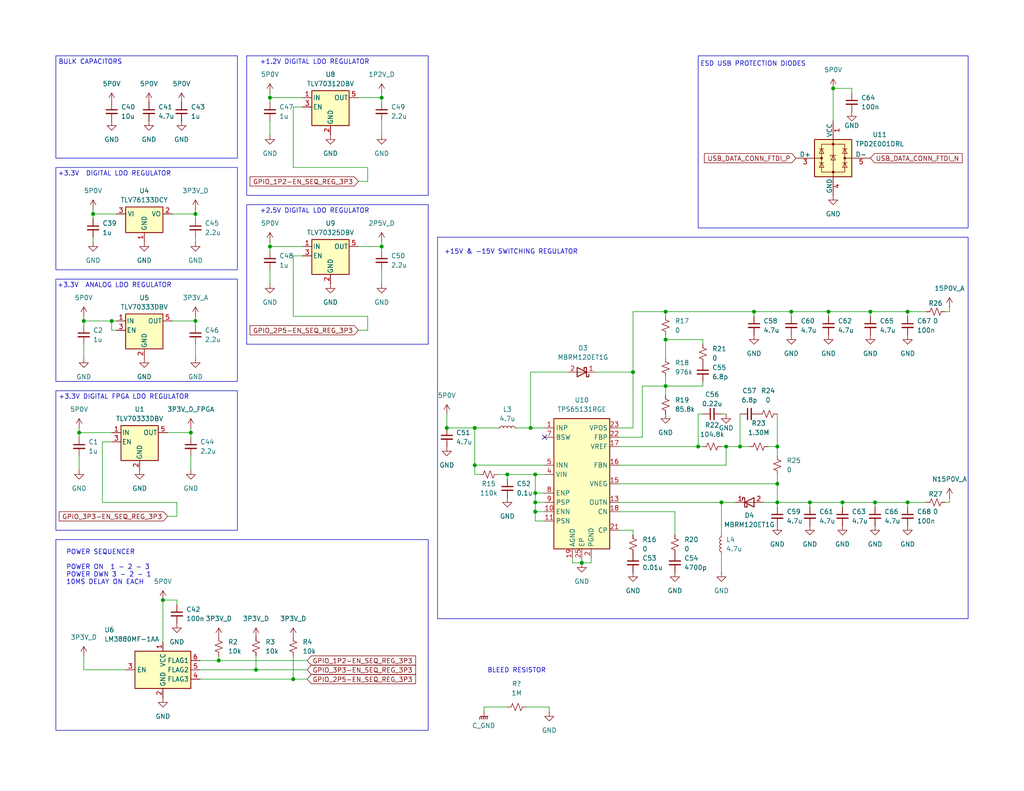
<source format=kicad_sch>
(kicad_sch (version 20231120) (generator "eeschema") (generator_version "8.0")
  (paper "A")
  (title_block (title "ARBITRARY WAVEFORM GENERATOR") (date "2024-09-11") (rev "0.0.1") (company "Tomasz Brzyzek"))
  (lib_symbols
    (symbol "BRZK_DIODE:MBRM120ET1G" (pin_names (offset 1.016) hide)
      (property "Reference" "D" (at 0 2.54 0))
      (property "Value" "MBRM120ET1G" (at 0 -2.54 0))
      (symbol "MBRM120ET1G_1_1"
        (pin passive line (at -3.81 0 0) (length 2.54) (name "K") (number "1"))
        (pin passive line (at 3.81 0 180) (length 2.54) (name "A") (number "2"))
      )
    )
    (symbol "BRZK_DIODE:TPD2E001DRL" (pin_names (offset 0))
      (property "Reference" "U" (at 3.556 6.858 0))
      (property "Value" "TPD2E001DRL" (at 7.62 -7.62 0))
      (symbol "TPD2E001DRL_1_0"
        (pin power_in line (at 0 10.16 270) (length 5.08) (name "VCC") (number "1"))
        (pin no_connect line (at 7.62 -3.81 180) (length 2.54) hide (name "") (number "2"))
      )
      (symbol "TPD2E001DRL_1_1"
        (pin passive line (at -10.16 0 0) (length 5.08) (name "D+") (number "3"))
        (pin passive line (at 0 -10.16 90) (length 5.08) (name "GND") (number "4"))
        (pin passive line (at 10.16 0 180) (length 5.08) (name "D-") (number "5"))
      )
    )
    (symbol "BRZK_POWER:TLV70312DBV" (pin_names (offset 0.254))
      (property "Reference" "U" (at -3.81 5.715 0))
      (property "Value" "TLV70312DBV" (at 0 5.715 0))
      (symbol "TLV70312DBV_1_1"
        (pin power_in line (at -7.62 2.54 0) (length 2.54) (name "IN") (number "1"))
        (pin power_in line (at 0 -7.62 90) (length 2.54) (name "GND") (number "2"))
        (pin input line (at -7.62 0 0) (length 2.54) (name "EN") (number "3"))
        (pin no_connect line (at 5.08 0 180) (length 2.54) hide (name "NC") (number "4"))
        (pin power_out line (at 7.62 2.54 180) (length 2.54) (name "OUT") (number "5"))
      )
    )
    (symbol "BRZK_POWER:TLV70325DBV" (pin_names (offset 0.254))
      (property "Reference" "U" (at -3.81 5.715 0))
      (property "Value" "TLV70325DBV" (at 0 5.715 0))
      (symbol "TLV70325DBV_1_1"
        (pin power_in line (at -7.62 2.54 0) (length 2.54) (name "IN") (number "1"))
        (pin power_in line (at 0 -7.62 90) (length 2.54) (name "GND") (number "2"))
        (pin input line (at -7.62 0 0) (length 2.54) (name "EN") (number "3"))
        (pin no_connect line (at 5.08 0 180) (length 2.54) hide (name "NC") (number "4"))
        (pin power_out line (at 7.62 2.54 180) (length 2.54) (name "OUT") (number "5"))
      )
    )
    (symbol "BRZK_POWER:TLV70333DBV" (pin_names (offset 0.254))
      (property "Reference" "U" (at -3.81 5.715 0))
      (property "Value" "TLV70333DBV" (at 0 5.715 0))
      (symbol "TLV70333DBV_1_1"
        (pin power_in line (at -7.62 2.54 0) (length 2.54) (name "IN") (number "1"))
        (pin power_in line (at 0 -7.62 90) (length 2.54) (name "GND") (number "2"))
        (pin input line (at -7.62 0 0) (length 2.54) (name "EN") (number "3"))
        (pin no_connect line (at 5.08 0 180) (length 2.54) hide (name "NC") (number "4"))
        (pin power_out line (at 7.62 2.54 180) (length 2.54) (name "OUT") (number "5"))
      )
    )
    (symbol "BRZK_POWER:TLV76133DCY"
      (property "Reference" "U" (at -7.62 6.35 0))
      (property "Value" "TLV76133DCY" (at -1.27 6.35 0))
      (symbol "TLV76133DCY_1_1"
        (pin power_in line (at 0 -7.62 90) (length 2.54) (name "GND") (number "1"))
        (pin power_out line (at 7.62 0 180) (length 2.54) (name "VO") (number "2"))
        (pin power_in line (at -7.62 0 0) (length 2.54) (name "VI") (number "3"))
      )
    )
    (symbol "BRZK_POWER:TPS65131RGE"
      (property "Reference" "U" (at -6.858 21.082 0))
      (property "Value" "TPS65131RGE" (at -1.016 19.05 0))
      (symbol "TPS65131RGE_1_1"
        (pin input line (at -10.16 15.24 0) (length 2.54) (name "INP") (number "1"))
        (pin input line (at -10.16 -7.62 0) (length 2.54) (name "ENN") (number "10"))
        (pin input line (at -10.16 -10.16 0) (length 2.54) (name "PSN") (number "11"))
        (pin no_connect line (at -7.62 7.62 0) (length 2.54) hide (name "NC") (number "12"))
        (pin output line (at 10.16 -5.08 180) (length 2.54) (name "OUTN") (number "13"))
        (pin passive line (at 10.16 -5.08 180) (length 2.54) hide (name "OUTN") (number "14"))
        (pin input line (at 10.16 0 180) (length 2.54) (name "VNEG") (number "15"))
        (pin input line (at 10.16 5.08 180) (length 2.54) (name "FBN") (number "16"))
        (pin output line (at 10.16 10.16 180) (length 2.54) (name "VREF") (number "17"))
        (pin passive line (at 10.16 -7.62 180) (length 2.54) (name "CN") (number "18"))
        (pin power_in line (at -2.54 -20.32 90) (length 2.54) (name "AGND") (number "19"))
        (pin power_in line (at 2.54 -20.32 90) (length 2.54) (name "PGND") (number "2"))
        (pin no_connect line (at -7.62 10.16 0) (length 2.54) hide (name "NC") (number "20"))
        (pin passive line (at 10.16 -12.7 180) (length 2.54) (name "CP") (number "21"))
        (pin input line (at 10.16 12.7 180) (length 2.54) (name "FBP") (number "22"))
        (pin input line (at 10.16 15.24 180) (length 2.54) (name "VPOS") (number "23"))
        (pin input line (at -10.16 15.24 0) (length 2.54) hide (name "INP") (number "24"))
        (pin passive line (at 0 -20.32 90) (length 2.54) (name "EP") (number "25"))
        (pin passive line (at 2.54 -20.32 90) (length 2.54) hide (name "PGND") (number "3"))
        (pin power_in line (at -10.16 2.54 0) (length 2.54) (name "VIN") (number "4"))
        (pin input line (at -10.16 5.08 0) (length 2.54) (name "INN") (number "5"))
        (pin input line (at -10.16 5.08 0) (length 2.54) hide (name "INN") (number "6"))
        (pin output line (at -10.16 12.7 0) (length 2.54) (name "BSW") (number "7"))
        (pin input line (at -10.16 -2.54 0) (length 2.54) (name "ENP") (number "8"))
        (pin input line (at -10.16 -5.08 0) (length 2.54) (name "PSP") (number "9"))
      )
    )
    (symbol "Device:C_Small" (pin_numbers hide) (pin_names (offset 0.254) hide)
      (property "Reference" "C" (at 0.254 1.778 0))
      (property "Value" "C_Small" (at 0.254 -2.032 0))
      (symbol "C_Small_1_1"
        (pin passive line (at 0 2.54 270) (length 2.032) (name "~") (number "1"))
        (pin passive line (at 0 -2.54 90) (length 2.032) (name "~") (number "2"))
      )
    )
    (symbol "Device:L_Small" (pin_numbers hide) (pin_names (offset 0.254) hide)
      (property "Reference" "L" (at 0.762 1.016 0))
      (property "Value" "L_Small" (at 0.762 -1.016 0))
      (symbol "L_Small_1_1"
        (pin passive line (at 0 2.54 270) (length 0.508) (name "~") (number "1"))
        (pin passive line (at 0 -2.54 90) (length 0.508) (name "~") (number "2"))
      )
    )
    (symbol "Device:R_Small_US" (pin_numbers hide) (pin_names (offset 0.254) hide)
      (property "Reference" "R" (at 0.762 0.508 0))
      (property "Value" "R_Small_US" (at 0.762 -1.016 0))
      (symbol "R_Small_US_1_1"
        (pin passive line (at 0 2.54 270) (length 1.016) (name "~") (number "1"))
        (pin passive line (at 0 -2.54 90) (length 1.016) (name "~") (number "2"))
      )
    )
    (symbol "Power_Supervisor:LM3880"
      (property "Reference" "U" (at 1.27 8.89 0))
      (property "Value" "LM3880" (at 3.81 6.35 0))
      (symbol "LM3880_1_1"
        (pin power_in line (at 0 7.62 270) (length 2.54) (name "VCC") (number "1"))
        (pin power_in line (at 0 -7.62 90) (length 2.54) (name "GND") (number "2"))
        (pin input line (at -10.16 0 0) (length 2.54) (name "EN") (number "3"))
        (pin open_collector line (at 10.16 -2.54 180) (length 2.54) (name "FLAG3") (number "4"))
        (pin open_collector line (at 10.16 0 180) (length 2.54) (name "FLAG2") (number "5"))
        (pin open_collector line (at 10.16 2.54 180) (length 2.54) (name "FLAG1") (number "6"))
      )
    )
    (symbol "power:+3V3" (power) (pin_numbers hide) (pin_names (offset 0) hide)
      (property "Value" "+3V3" (at 0 3.556 0))
      (symbol "+3V3_1_1"
        (pin power_in line (at 0 0 90) (length 0) (name "~") (number "1"))
      )
    )
    (symbol "power:GND" (power) (pin_numbers hide) (pin_names (offset 0) hide)
      (property "Value" "GND" (at 0 -3.81 0))
      (symbol "GND_1_1"
        (pin power_in line (at 0 0 270) (length 0) (name "~") (number "1"))
      )
    )
    (symbol "power:GNDPWR" (power) (pin_numbers hide) (pin_names (offset 0) hide)
      (property "Value" "GNDPWR" (at 0 -3.302 0))
      (symbol "GNDPWR_1_1"
        (pin power_in line (at 0 0 270) (length 0) (name "~") (number "1"))
      )
    )
  )
  (junction (at 205.74 85.09))
  (junction (at 238.76 137.16))
  (junction (at 25.4 58.42))
  (junction (at 104.14 67.31))
  (junction (at 172.72 101.6))
  (junction (at 181.61 92.71))
  (junction (at 229.87 137.16))
  (junction (at 237.49 85.09))
  (junction (at 226.06 85.09))
  (junction (at 247.65 85.09))
  (junction (at 220.98 137.16))
  (junction (at 59.69 180.34))
  (junction (at 227.33 24.13))
  (junction (at 21.59 118.11))
  (junction (at 146.05 134.62))
  (junction (at 73.66 67.31))
  (junction (at 104.14 26.67))
  (junction (at 215.9 85.09))
  (junction (at 73.66 26.67))
  (junction (at 138.43 129.54))
  (junction (at 146.05 139.7))
  (junction (at 190.5 121.92))
  (junction (at 146.05 137.16))
  (junction (at 129.54 116.84))
  (junction (at 52.07 118.11))
  (junction (at 212.09 132.08))
  (junction (at 212.09 121.92))
  (junction (at 129.54 127))
  (junction (at 69.85 182.88))
  (junction (at 212.09 137.16))
  (junction (at 196.85 137.16))
  (junction (at 181.61 85.09))
  (junction (at 181.61 105.41))
  (junction (at 247.65 137.16))
  (junction (at 121.92 116.84))
  (junction (at 80.01 185.42))
  (junction (at 144.78 116.84))
  (junction (at 201.93 121.92))
  (junction (at 198.12 121.92))
  (junction (at 44.45 163.83))
  (junction (at 53.34 58.42))
  (junction (at 53.34 87.63))
  (junction (at 22.86 87.63))
  (junction (at 30.48 87.63))
  (junction (at 146.05 129.54))
  (junction (at 158.75 153.67))
  (no_connect (at 148.59 119.38))
  (wire (pts (xy 100.33 45.72) (xy 80.01 45.72)))
  (wire (pts (xy 198.12 121.92) (xy 201.93 121.92)))
  (wire (pts (xy 25.4 58.42) (xy 31.75 58.42)))
  (wire (pts (xy 48.26 137.16) (xy 27.94 137.16)))
  (wire (pts (xy 227.33 24.13) (xy 232.41 24.13)))
  (wire (pts (xy 31.75 90.17) (xy 30.48 90.17)))
  (wire (pts (xy 22.86 86.36) (xy 22.86 87.63)))
  (wire (pts (xy 73.66 66.04) (xy 73.66 67.31)))
  (wire (pts (xy 59.69 180.34) (xy 59.69 179.07)))
  (wire (pts (xy 190.5 121.92) (xy 191.77 121.92)))
  (wire (pts (xy 53.34 86.36) (xy 53.34 87.63)))
  (wire (pts (xy 172.72 85.09) (xy 172.72 101.6)))
  (wire (pts (xy 46.99 58.42) (xy 53.34 58.42)))
  (wire (pts (xy 175.26 105.41) (xy 175.26 119.38)))
  (wire (pts (xy 48.26 140.97) (xy 48.26 137.16)))
  (wire (pts (xy 247.65 138.43) (xy 247.65 137.16)))
  (wire (pts (xy 205.74 85.09) (xy 215.9 85.09)))
  (wire (pts (xy 196.85 151.13) (xy 196.85 156.21)))
  (wire (pts (xy 53.34 97.79) (xy 53.34 93.98)))
  (wire (pts (xy 44.45 163.83) (xy 48.26 163.83)))
  (wire (pts (xy 146.05 142.24) (xy 148.59 142.24)))
  (wire (pts (xy 21.59 116.84) (xy 21.59 118.11)))
  (wire (pts (xy 104.14 27.94) (xy 104.14 26.67)))
  (wire (pts (xy 100.33 90.17) (xy 100.33 86.36)))
  (wire (pts (xy 215.9 85.09) (xy 215.9 86.36)))
  (wire (pts (xy 80.01 69.85) (xy 82.55 69.85)))
  (wire (pts (xy 172.72 116.84) (xy 172.72 101.6)))
  (wire (pts (xy 172.72 101.6) (xy 162.56 101.6)))
  (wire (pts (xy 97.79 90.17) (xy 100.33 90.17)))
  (wire (pts (xy 259.08 135.89) (xy 259.08 137.16)))
  (wire (pts (xy 226.06 85.09) (xy 237.49 85.09)))
  (wire (pts (xy 140.97 116.84) (xy 144.78 116.84)))
  (wire (pts (xy 181.61 85.09) (xy 205.74 85.09)))
  (wire (pts (xy 53.34 88.9) (xy 53.34 87.63)))
  (wire (pts (xy 129.54 127) (xy 148.59 127)))
  (wire (pts (xy 146.05 134.62) (xy 146.05 129.54)))
  (wire (pts (xy 247.65 85.09) (xy 252.73 85.09)))
  (wire (pts (xy 27.94 137.16) (xy 27.94 120.65)))
  (wire (pts (xy 73.66 36.83) (xy 73.66 33.02)))
  (wire (pts (xy 175.26 119.38) (xy 168.91 119.38)))
  (wire (pts (xy 161.29 153.67) (xy 161.29 152.4)))
  (wire (pts (xy 184.15 146.05) (xy 184.15 139.7)))
  (wire (pts (xy 46.99 87.63) (xy 53.34 87.63)))
  (wire (pts (xy 212.09 137.16) (xy 212.09 138.43)))
  (wire (pts (xy 172.72 85.09) (xy 181.61 85.09)))
  (wire (pts (xy 69.85 182.88) (xy 83.82 182.88)))
  (wire (pts (xy 181.61 105.41) (xy 181.61 107.95)))
  (wire (pts (xy 30.48 87.63) (xy 31.75 87.63)))
  (wire (pts (xy 69.85 179.07) (xy 69.85 182.88)))
  (wire (pts (xy 80.01 29.21) (xy 82.55 29.21)))
  (wire (pts (xy 229.87 137.16) (xy 229.87 138.43)))
  (wire (pts (xy 196.85 137.16) (xy 168.91 137.16)))
  (wire (pts (xy 156.21 152.4) (xy 156.21 153.67)))
  (wire (pts (xy 54.61 185.42) (xy 80.01 185.42)))
  (wire (pts (xy 132.08 194.31) (xy 132.08 193.04)))
  (wire (pts (xy 181.61 105.41) (xy 175.26 105.41)))
  (wire (pts (xy 80.01 86.36) (xy 80.01 69.85)))
  (wire (pts (xy 21.59 128.27) (xy 21.59 124.46)))
  (wire (pts (xy 196.85 137.16) (xy 200.66 137.16)))
  (wire (pts (xy 100.33 86.36) (xy 80.01 86.36)))
  (wire (pts (xy 52.07 128.27) (xy 52.07 124.46)))
  (wire (pts (xy 52.07 116.84) (xy 52.07 118.11)))
  (wire (pts (xy 146.05 137.16) (xy 146.05 134.62)))
  (wire (pts (xy 227.33 33.02) (xy 227.33 24.13)))
  (wire (pts (xy 191.77 104.14) (xy 191.77 105.41)))
  (wire (pts (xy 30.48 90.17) (xy 30.48 87.63)))
  (wire (pts (xy 168.91 144.78) (xy 172.72 144.78)))
  (wire (pts (xy 22.86 87.63) (xy 30.48 87.63)))
  (wire (pts (xy 247.65 137.16) (xy 252.73 137.16)))
  (wire (pts (xy 212.09 137.16) (xy 212.09 132.08)))
  (wire (pts (xy 104.14 36.83) (xy 104.14 33.02)))
  (wire (pts (xy 73.66 77.47) (xy 73.66 73.66)))
  (wire (pts (xy 121.92 113.03) (xy 121.92 116.84)))
  (wire (pts (xy 168.91 116.84) (xy 172.72 116.84)))
  (wire (pts (xy 130.81 129.54) (xy 129.54 129.54)))
  (wire (pts (xy 80.01 179.07) (xy 80.01 185.42)))
  (wire (pts (xy 129.54 129.54) (xy 129.54 127)))
  (wire (pts (xy 48.26 165.1) (xy 48.26 163.83)))
  (wire (pts (xy 237.49 85.09) (xy 237.49 86.36)))
  (wire (pts (xy 121.92 116.84) (xy 129.54 116.84)))
  (wire (pts (xy 247.65 86.36) (xy 247.65 85.09)))
  (wire (pts (xy 181.61 91.44) (xy 181.61 92.71)))
  (wire (pts (xy 53.34 66.04) (xy 53.34 64.77)))
  (wire (pts (xy 53.34 59.69) (xy 53.34 58.42)))
  (wire (pts (xy 52.07 119.38) (xy 52.07 118.11)))
  (wire (pts (xy 212.09 129.54) (xy 212.09 132.08)))
  (wire (pts (xy 144.78 116.84) (xy 144.78 101.6)))
  (wire (pts (xy 80.01 45.72) (xy 80.01 29.21)))
  (wire (pts (xy 146.05 129.54) (xy 148.59 129.54)))
  (wire (pts (xy 54.61 180.34) (xy 59.69 180.34)))
  (wire (pts (xy 132.08 193.04) (xy 138.43 193.04)))
  (wire (pts (xy 143.51 193.04) (xy 149.86 193.04)))
  (wire (pts (xy 25.4 59.69) (xy 25.4 58.42)))
  (wire (pts (xy 212.09 137.16) (xy 220.98 137.16)))
  (wire (pts (xy 198.12 127) (xy 198.12 121.92)))
  (wire (pts (xy 181.61 92.71) (xy 181.61 97.79)))
  (wire (pts (xy 104.14 66.04) (xy 104.14 67.31)))
  (wire (pts (xy 196.85 121.92) (xy 198.12 121.92)))
  (wire (pts (xy 73.66 67.31) (xy 82.55 67.31)))
  (wire (pts (xy 73.66 68.58) (xy 73.66 67.31)))
  (wire (pts (xy 146.05 139.7) (xy 148.59 139.7)))
  (wire (pts (xy 201.93 113.03) (xy 201.93 121.92)))
  (wire (pts (xy 181.61 85.09) (xy 181.61 86.36)))
  (wire (pts (xy 97.79 26.67) (xy 104.14 26.67)))
  (wire (pts (xy 54.61 182.88) (xy 69.85 182.88)))
  (wire (pts (xy 73.66 25.4) (xy 73.66 26.67)))
  (wire (pts (xy 44.45 163.83) (xy 44.45 175.26)))
  (wire (pts (xy 22.86 88.9) (xy 22.86 87.63)))
  (wire (pts (xy 146.05 137.16) (xy 146.05 139.7)))
  (wire (pts (xy 172.72 144.78) (xy 172.72 146.05)))
  (wire (pts (xy 205.74 85.09) (xy 205.74 86.36)))
  (wire (pts (xy 237.49 85.09) (xy 247.65 85.09)))
  (wire (pts (xy 208.28 137.16) (xy 212.09 137.16)))
  (wire (pts (xy 212.09 121.92) (xy 212.09 113.03)))
  (wire (pts (xy 212.09 132.08) (xy 168.91 132.08)))
  (wire (pts (xy 104.14 68.58) (xy 104.14 67.31)))
  (wire (pts (xy 100.33 49.53) (xy 100.33 45.72)))
  (wire (pts (xy 215.9 85.09) (xy 226.06 85.09)))
  (wire (pts (xy 238.76 137.16) (xy 247.65 137.16)))
  (wire (pts (xy 158.75 153.67) (xy 161.29 153.67)))
  (wire (pts (xy 191.77 93.98) (xy 191.77 92.71)))
  (wire (pts (xy 21.59 118.11) (xy 30.48 118.11)))
  (wire (pts (xy 104.14 77.47) (xy 104.14 73.66)))
  (wire (pts (xy 73.66 27.94) (xy 73.66 26.67)))
  (wire (pts (xy 53.34 57.15) (xy 53.34 58.42)))
  (wire (pts (xy 22.86 97.79) (xy 22.86 93.98)))
  (wire (pts (xy 181.61 102.87) (xy 181.61 105.41)))
  (wire (pts (xy 196.85 113.03) (xy 198.12 113.03)))
  (wire (pts (xy 168.91 127) (xy 198.12 127)))
  (wire (pts (xy 144.78 116.84) (xy 148.59 116.84)))
  (wire (pts (xy 45.72 118.11) (xy 52.07 118.11)))
  (wire (pts (xy 232.41 24.13) (xy 232.41 25.4)))
  (wire (pts (xy 190.5 113.03) (xy 190.5 121.92)))
  (wire (pts (xy 191.77 92.71) (xy 181.61 92.71)))
  (wire (pts (xy 27.94 120.65) (xy 30.48 120.65)))
  (wire (pts (xy 73.66 26.67) (xy 82.55 26.67)))
  (wire (pts (xy 168.91 121.92) (xy 190.5 121.92)))
  (wire (pts (xy 144.78 101.6) (xy 154.94 101.6)))
  (wire (pts (xy 25.4 66.04) (xy 25.4 64.77)))
  (wire (pts (xy 229.87 137.16) (xy 238.76 137.16)))
  (wire (pts (xy 138.43 129.54) (xy 138.43 130.81)))
  (wire (pts (xy 201.93 121.92) (xy 204.47 121.92)))
  (wire (pts (xy 257.81 85.09) (xy 259.08 85.09)))
  (wire (pts (xy 34.29 182.88) (xy 22.86 182.88)))
  (wire (pts (xy 21.59 119.38) (xy 21.59 118.11)))
  (wire (pts (xy 226.06 85.09) (xy 226.06 86.36)))
  (wire (pts (xy 259.08 137.16) (xy 257.81 137.16)))
  (wire (pts (xy 209.55 121.92) (xy 212.09 121.92)))
  (wire (pts (xy 238.76 137.16) (xy 238.76 138.43)))
  (wire (pts (xy 156.21 153.67) (xy 158.75 153.67)))
  (wire (pts (xy 104.14 25.4) (xy 104.14 26.67)))
  (wire (pts (xy 149.86 193.04) (xy 149.86 194.31)))
  (wire (pts (xy 138.43 129.54) (xy 146.05 129.54)))
  (wire (pts (xy 212.09 121.92) (xy 212.09 124.46)))
  (wire (pts (xy 135.89 129.54) (xy 138.43 129.54)))
  (wire (pts (xy 191.77 105.41) (xy 181.61 105.41)))
  (wire (pts (xy 148.59 137.16) (xy 146.05 137.16)))
  (wire (pts (xy 59.69 180.34) (xy 83.82 180.34)))
  (wire (pts (xy 259.08 83.82) (xy 259.08 85.09)))
  (wire (pts (xy 146.05 139.7) (xy 146.05 142.24)))
  (wire (pts (xy 191.77 113.03) (xy 190.5 113.03)))
  (wire (pts (xy 129.54 116.84) (xy 129.54 127)))
  (wire (pts (xy 25.4 57.15) (xy 25.4 58.42)))
  (wire (pts (xy 220.98 137.16) (xy 220.98 138.43)))
  (wire (pts (xy 80.01 185.42) (xy 83.82 185.42)))
  (wire (pts (xy 97.79 49.53) (xy 100.33 49.53)))
  (wire (pts (xy 158.75 152.4) (xy 158.75 153.67)))
  (wire (pts (xy 148.59 134.62) (xy 146.05 134.62)))
  (wire (pts (xy 97.79 67.31) (xy 104.14 67.31)))
  (wire (pts (xy 196.85 146.05) (xy 196.85 137.16)))
  (wire (pts (xy 45.72 140.97) (xy 48.26 140.97)))
  (wire (pts (xy 129.54 116.84) (xy 135.89 116.84)))
  (wire (pts (xy 220.98 137.16) (xy 229.87 137.16)))
  (wire (pts (xy 184.15 139.7) (xy 168.91 139.7)))
  (wire (pts (xy 22.86 182.88) (xy 22.86 179.07)))
  (rectangle (start 15.24 15.24) (end 64.77 43.18))
  (rectangle (start 119.38 64.77) (end 264.16 168.91))
  (rectangle (start 67.31 55.88) (end 116.84 93.98))
  (rectangle (start 15.24 106.68) (end 64.77 144.78))
  (rectangle (start 67.31 15.24) (end 116.84 53.34))
  (rectangle (start 190.5 15.24) (end 264.16 62.23))
  (rectangle (start 15.24 76.2) (end 64.77 104.14))
  (rectangle (start 15.24 147.32) (end 116.84 199.39))
  (rectangle (start 15.24 45.72) (end 64.77 73.66))
  (text "+3.3V  DIGITAL LDO REGULATOR" (at 31.242 47.498 0) (effects (font (size 1.27 1.27))))
  (text "+3.3V  ANALOG LDO REGULATOR" (at 31.242 77.978 0) (effects (font (size 1.27 1.27))))
  (text "BLEED RESISTOR" (at 140.97 183.134 0) (effects (font (size 1.27 1.27))))
  (text "+2.5V DIGITAL LDO REGULATOR" (at 85.852 57.658 0) (effects (font (size 1.27 1.27))))
  (text "BULK CAPACITORS" (at 24.638 17.018 0) (effects (font (size 1.27 1.27))))
  (text "+15V & -15V SWITCHING REGULATOR" (at 139.446 68.834 0) (effects (font (size 1.27 1.27))))
  (text "+3.3V DIGITAL FPGA LDO REGULATOR" (at 33.782 108.458 0) (effects (font (size 1.27 1.27))))
  (text "+1.2V DIGITAL LDO REGULATOR" (at 85.852 17.018 0) (effects (font (size 1.27 1.27))))
  (text "POWER SEQUENCER\n\nPOWER ON  1 - 2 - 3\nPOWER DWN 3 - 2 - 1\n10MS DELAY ON EACH" (at 18.034 154.94 0) (effects (font (size 1.27 1.27)) (justify left)))
  (text "ESD USB PROTECTION DIODES" (at 205.486 17.526 0) (effects (font (size 1.27 1.27))))
  (global_label "USB_DATA_CONN_FTDI_N" (shape input) (at 237.49 43.18 0) (property "Intersheetrefs" "${INTERSHEET_REFS}" (effects (hide yes))))
  (global_label "GPIO_2P5-EN_SEQ_REG_3P3" (shape input) (at 83.82 185.42 0) (property "Intersheetrefs" "${INTERSHEET_REFS}" (effects (hide yes))))
  (global_label "USB_DATA_CONN_FTDI_P" (shape input) (at 217.17 43.18 180) (property "Intersheetrefs" "${INTERSHEET_REFS}" (effects (hide yes))))
  (global_label "GPIO_2P5-EN_SEQ_REG_3P3" (shape input) (at 97.79 90.17 180) (property "Intersheetrefs" "${INTERSHEET_REFS}" (effects (hide yes))))
  (global_label "GPIO_3P3-EN_SEQ_REG_3P3" (shape input) (at 83.82 182.88 0) (property "Intersheetrefs" "${INTERSHEET_REFS}" (effects (hide yes))))
  (global_label "GPIO_1P2-EN_SEQ_REG_3P3" (shape input) (at 83.82 180.34 0) (property "Intersheetrefs" "${INTERSHEET_REFS}" (effects (hide yes))))
  (global_label "GPIO_1P2-EN_SEQ_REG_3P3" (shape input) (at 97.79 49.53 180) (property "Intersheetrefs" "${INTERSHEET_REFS}" (effects (hide yes))))
  (global_label "GPIO_3P3-EN_SEQ_REG_3P3" (shape input) (at 45.72 140.97 180) (property "Intersheetrefs" "${INTERSHEET_REFS}" (effects (hide yes))))
  (symbol (lib_id "Device:C_Small") (at 52.07 121.92 0) (unit 1)
    (property "Reference" "C44" (at 54.61 120.6562 0) (effects (justify left)))
    (property "Value" "2.2u" (at 54.61 123.1962 0) (effects (justify left)))
    (property "Description" "Unpolarized capacitor, small symbol" (effects (hide yes)))
  )
  (symbol (lib_id "Device:R_Small_US") (at 181.61 100.33 0) (unit 1)
    (property "Reference" "R18" (at 184.15 99.0599 0) (effects (justify left)))
    (property "Value" "976k" (at 184.15 101.5999 0) (effects (justify left)))
    (property "Description" "Resistor, small US symbol" (effects (hide yes)))
  )
  (symbol (lib_id "power:GND") (at 73.66 77.47 0) (unit 1)
    (property "Reference" "#PWR0217" (effects (hide yes)))
    (property "Value" "GND" (at 73.66 82.55 0))
    (property "Description" "Power symbol creates a global label with name \"GND\" , ground" (effects (hide yes)))
  )
  (symbol (lib_id "Device:C_Small") (at 204.47 113.03 90) (unit 1)
    (property "Reference" "C57" (at 204.4763 106.68 90))
    (property "Value" "6.8p" (at 204.4763 109.22 90))
    (property "Description" "Unpolarized capacitor, small symbol" (effects (hide yes)))
  )
  (symbol (lib_id "Device:R_Small_US") (at 194.31 121.92 90) (unit 1)
    (property "Reference" "R22" (at 194.31 116.078 90))
    (property "Value" "104.8k" (at 194.31 118.618 90))
    (property "Description" "Resistor, small US symbol" (effects (hide yes)))
  )
  (symbol (lib_id "power:GND") (at 73.66 36.83 0) (unit 1)
    (property "Reference" "#PWR0212" (effects (hide yes)))
    (property "Value" "GND" (at 73.66 41.91 0))
    (property "Description" "Power symbol creates a global label with name \"GND\" , ground" (effects (hide yes)))
  )
  (symbol (lib_id "power:GND") (at 212.09 143.51 0) (unit 1)
    (property "Reference" "#PWR0182" (effects (hide yes)))
    (property "Value" "GND" (at 212.09 148.59 0))
    (property "Description" "Power symbol creates a global label with name \"GND\" , ground" (effects (hide yes)))
  )
  (symbol (lib_id "Device:C_Small") (at 25.4 62.23 0) (unit 1)
    (property "Reference" "C39" (at 27.94 60.9662 0) (effects (justify left)))
    (property "Value" "1u" (at 27.94 63.5062 0) (effects (justify left)))
    (property "Description" "Unpolarized capacitor, small symbol" (effects (hide yes)))
  )
  (symbol (lib_id "Device:C_Small") (at 22.86 91.44 0) (unit 1)
    (property "Reference" "C2" (at 25.4 90.1762 0) (effects (justify left)))
    (property "Value" "1u" (at 25.4 92.7162 0) (effects (justify left)))
    (property "Description" "Unpolarized capacitor, small symbol" (effects (hide yes)))
  )
  (symbol (lib_id "Device:L_Small") (at 138.43 116.84 90) (unit 1)
    (property "Reference" "L3" (at 138.43 111.76 90))
    (property "Value" "4.7u" (at 138.43 114.3 90))
    (property "Description" "Inductor, small symbol" (effects (hide yes)))
  )
  (symbol (lib_id "Device:C_Small") (at 215.9 88.9 0) (unit 1)
    (property "Reference" "C60" (at 218.44 87.6362 0) (effects (justify left)))
    (property "Value" "4.7u" (at 218.44 90.1762 0) (effects (justify left)))
    (property "Description" "Unpolarized capacitor, small symbol" (effects (hide yes)))
  )
  (symbol (lib_id "Device:C_Small") (at 237.49 88.9 0) (unit 1)
    (property "Reference" "C65" (at 240.03 87.6362 0) (effects (justify left)))
    (property "Value" "4.7u" (at 240.03 90.1762 0) (effects (justify left)))
    (property "Description" "Unpolarized capacitor, small symbol" (effects (hide yes)))
  )
  (symbol (lib_id "Device:C_Small") (at 138.43 133.35 0) (unit 1)
    (property "Reference" "C52" (at 140.97 132.0862 0) (effects (justify left)))
    (property "Value" "0.1u" (at 140.97 134.6262 0) (effects (justify left)))
    (property "Description" "Unpolarized capacitor, small symbol" (effects (hide yes)))
  )
  (symbol (lib_id "BRZK_DIODE:MBRM120ET1G") (at 204.47 137.16 0) (unit 1)
    (property "Reference" "D4" (at 204.47 140.716 0))
    (property "Value" "MBRM120ET1G" (at 204.47 143.256 0))
    (property "Footprint" "BRZK_TBD" (effects (hide yes)))
    (property "Datasheet" "https://www.onsemi.com/pdf/datasheet/mbrm120e-d.pdf" (effects (hide yes)))
    (property "Description" "Schottky Diode" (effects (hide yes)))
    (property "Part Number" "MBRM120ET1G" (effects (hide yes)))
  )
  (symbol (lib_id "Device:C_Small") (at 232.41 27.94 0) (unit 1)
    (property "Reference" "C64" (at 234.95 26.6763 0) (effects (justify left)))
    (property "Value" "100n" (at 234.95 29.2163 0) (effects (justify left)))
    (property "Footprint" "Capacitor_SMD:C_0603_1608Metric" (effects (hide yes)))
    (property "Description" "Unpolarized capacitor, small symbol" (effects (hide yes)))
    (property "PN" "CL10B104JB8NNNC" (effects (hide yes)))
  )
  (symbol (lib_id "power:+3V3") (at 259.08 135.89 0) (unit 1)
    (property "Reference" "#PWR0186" (effects (hide yes)))
    (property "Value" "N15P0V_A" (at 259.08 130.81 0))
    (property "Description" "Power symbol creates a global label with name \"+3V3\"" (effects (hide yes)))
  )
  (symbol (lib_id "Device:C_Small") (at 194.31 113.03 90) (unit 1)
    (property "Reference" "C56" (at 194.31 107.696 90))
    (property "Value" "0.22u" (at 194.31 110.236 90))
    (property "Description" "Unpolarized capacitor, small symbol" (effects (hide yes)))
  )
  (symbol (lib_id "power:GND") (at 44.45 190.5 0) (unit 1)
    (property "Reference" "#PWR0201" (effects (hide yes)))
    (property "Value" "GND" (at 44.45 195.58 0))
    (property "Description" "Power symbol creates a global label with name \"GND\" , ground" (effects (hide yes)))
  )
  (symbol (lib_id "Device:R_Small_US") (at 207.01 121.92 90) (unit 1)
    (property "Reference" "R23" (at 207.01 115.57 90))
    (property "Value" "1.30M" (at 207.01 118.11 90))
    (property "Description" "Resistor, small US symbol" (effects (hide yes)))
  )
  (symbol (lib_id "power:GND") (at 53.34 97.79 0) (unit 1)
    (property "Reference" "#PWR0198" (effects (hide yes)))
    (property "Value" "GND" (at 53.34 102.87 0))
    (property "Description" "Power symbol creates a global label with name \"GND\" , ground" (effects (hide yes)))
  )
  (symbol (lib_id "power:+3V3") (at 53.34 57.15 0) (unit 1)
    (property "Reference" "#PWR0191" (effects (hide yes)))
    (property "Value" "3P3V_D" (at 53.34 52.07 0))
    (property "Description" "Power symbol creates a global label with name \"+3V3\"" (effects (hide yes)))
  )
  (symbol (lib_id "Device:C_Small") (at 73.66 71.12 0) (unit 1)
    (property "Reference" "C48" (at 76.2 69.8562 0) (effects (justify left)))
    (property "Value" "1u" (at 76.2 72.3962 0) (effects (justify left)))
    (property "Description" "Unpolarized capacitor, small symbol" (effects (hide yes)))
  )
  (symbol (lib_id "power:GND") (at 48.26 170.18 0) (unit 1)
    (property "Reference" "#PWR0200" (effects (hide yes)))
    (property "Value" "GND" (at 48.26 175.26 0))
    (property "Description" "Power symbol creates a global label with name \"GND\" , ground" (effects (hide yes)))
  )
  (symbol (lib_id "power:+3V3") (at 25.4 57.15 0) (unit 1)
    (property "Reference" "#PWR0189" (effects (hide yes)))
    (property "Value" "5P0V" (at 25.4 52.07 0))
    (property "Description" "Power symbol creates a global label with name \"+3V3\"" (effects (hide yes)))
  )
  (symbol (lib_id "power:GND") (at 215.9 91.44 0) (unit 1)
    (property "Reference" "#PWR0173" (effects (hide yes)))
    (property "Value" "GND" (at 215.9 96.52 0))
    (property "Description" "Power symbol creates a global label with name \"GND\" , ground" (effects (hide yes)))
  )
  (symbol (lib_id "Device:R_Small_US") (at 140.97 193.04 90) (unit 1)
    (property "Reference" "R?" (at 140.97 186.69 90))
    (property "Value" "1M" (at 140.97 189.23 90))
    (property "Description" "Resistor, small US symbol" (effects (hide yes)))
  )
  (symbol (lib_id "Device:C_Small") (at 104.14 30.48 0) (unit 1)
    (property "Reference" "C49" (at 106.68 29.2162 0) (effects (justify left)))
    (property "Value" "2.2u" (at 106.68 31.7562 0) (effects (justify left)))
    (property "Description" "Unpolarized capacitor, small symbol" (effects (hide yes)))
  )
  (symbol (lib_id "power:GND") (at 21.59 128.27 0) (unit 1)
    (property "Reference" "#PWR0207" (effects (hide yes)))
    (property "Value" "GND" (at 21.59 133.35 0))
    (property "Description" "Power symbol creates a global label with name \"GND\" , ground" (effects (hide yes)))
  )
  (symbol (lib_id "power:GND") (at 247.65 91.44 0) (unit 1)
    (property "Reference" "#PWR0176" (effects (hide yes)))
    (property "Value" "GND" (at 247.65 96.52 0))
    (property "Description" "Power symbol creates a global label with name \"GND\" , ground" (effects (hide yes)))
  )
  (symbol (lib_id "Device:C_Small") (at 184.15 153.67 0) (unit 1)
    (property "Reference" "C54" (at 186.69 152.4062 0) (effects (justify left)))
    (property "Value" "4700p" (at 186.69 154.9462 0) (effects (justify left)))
    (property "Description" "Unpolarized capacitor, small symbol" (effects (hide yes)))
  )
  (symbol (lib_id "Device:R_Small_US") (at 255.27 137.16 270) (unit 1)
    (property "Reference" "R27" (at 255.27 134.874 90))
    (property "Value" "0" (at 255.27 139.7 90))
    (property "Footprint" "Resistor_SMD:R_0603_1608Metric" (effects (hide yes)))
    (property "Description" "Resistor, small US symbol" (effects (hide yes)))
    (property "PN" "0603WAJ0000T5E" (effects (hide yes)))
  )
  (symbol (lib_id "Device:C_Small") (at 226.06 88.9 0) (unit 1)
    (property "Reference" "C62" (at 228.6 87.6362 0) (effects (justify left)))
    (property "Value" "4.7u" (at 228.6 90.1762 0) (effects (justify left)))
    (property "Description" "Unpolarized capacitor, small symbol" (effects (hide yes)))
  )
  (symbol (lib_id "power:GND") (at 39.37 66.04 0) (unit 1)
    (property "Reference" "#PWR0193" (effects (hide yes)))
    (property "Value" "GND" (at 39.37 71.12 0))
    (property "Description" "Power symbol creates a global label with name \"GND\" , ground" (effects (hide yes)))
  )
  (symbol (lib_id "power:+3V3") (at 59.69 173.99 0) (unit 1)
    (property "Reference" "#PWR0203" (effects (hide yes)))
    (property "Value" "3P3V_D" (at 59.69 168.91 0))
    (property "Description" "Power symbol creates a global label with name \"+3V3\"" (effects (hide yes)))
  )
  (symbol (lib_id "Device:C_Small") (at 53.34 62.23 0) (unit 1)
    (property "Reference" "C45" (at 55.88 60.9662 0) (effects (justify left)))
    (property "Value" "2.2u" (at 55.88 63.5062 0) (effects (justify left)))
    (property "Description" "Unpolarized capacitor, small symbol" (effects (hide yes)))
  )
  (symbol (lib_id "Device:C_Small") (at 53.34 91.44 0) (unit 1)
    (property "Reference" "C46" (at 55.88 90.1762 0) (effects (justify left)))
    (property "Value" "2.2u" (at 55.88 92.7162 0) (effects (justify left)))
    (property "Description" "Unpolarized capacitor, small symbol" (effects (hide yes)))
  )
  (symbol (lib_id "power:GND") (at 25.4 66.04 0) (unit 1)
    (property "Reference" "#PWR0190" (effects (hide yes)))
    (property "Value" "GND" (at 25.4 71.12 0))
    (property "Description" "Power symbol creates a global label with name \"GND\" , ground" (effects (hide yes)))
  )
  (symbol (lib_id "power:+3V3") (at 259.08 83.82 0) (unit 1)
    (property "Reference" "#PWR0171" (effects (hide yes)))
    (property "Value" "15P0V_A" (at 259.08 78.74 0))
    (property "Description" "Power symbol creates a global label with name \"+3V3\"" (effects (hide yes)))
  )
  (symbol (lib_id "power:GND") (at 40.64 33.02 0) (unit 1)
    (property "Reference" "#PWR0167" (effects (hide yes)))
    (property "Value" "GND" (at 40.64 38.1 0))
    (property "Description" "Power symbol creates a global label with name \"GND\" , ground" (effects (hide yes)))
  )
  (symbol (lib_id "power:+3V3") (at 73.66 25.4 0) (unit 1)
    (property "Reference" "#PWR0211" (effects (hide yes)))
    (property "Value" "5P0V" (at 73.66 20.32 0))
    (property "Description" "Power symbol creates a global label with name \"+3V3\"" (effects (hide yes)))
  )
  (symbol (lib_id "power:+3V3") (at 80.01 173.99 0) (unit 1)
    (property "Reference" "#PWR0205" (effects (hide yes)))
    (property "Value" "3P3V_D" (at 80.01 168.91 0))
    (property "Description" "Power symbol creates a global label with name \"+3V3\"" (effects (hide yes)))
  )
  (symbol (lib_id "Device:R_Small_US") (at 209.55 113.03 90) (unit 1)
    (property "Reference" "R24" (at 209.55 106.68 90))
    (property "Value" "0" (at 209.55 109.22 90))
    (property "Description" "Resistor, small US symbol" (effects (hide yes)))
  )
  (symbol (lib_id "Device:C_Small") (at 220.98 140.97 0) (unit 1)
    (property "Reference" "C61" (at 223.52 139.7062 0) (effects (justify left)))
    (property "Value" "4.7u" (at 223.52 142.2462 0) (effects (justify left)))
    (property "Description" "Unpolarized capacitor, small symbol" (effects (hide yes)))
  )
  (symbol (lib_id "power:GNDPWR") (at 132.08 194.31 0) (unit 1)
    (property "Reference" "#PWR0265" (effects (hide yes)))
    (property "Value" "C_GND" (at 131.953 198.12 0))
    (property "Description" "CHASSIS GROUND" (effects (hide yes)))
  )
  (symbol (lib_id "power:+3V3") (at 21.59 116.84 0) (unit 1)
    (property "Reference" "#PWR0206" (effects (hide yes)))
    (property "Value" "5P0V" (at 21.59 111.76 0))
    (property "Description" "Power symbol creates a global label with name \"+3V3\"" (effects (hide yes)))
  )
  (symbol (lib_id "power:GND") (at 30.48 33.02 0) (unit 1)
    (property "Reference" "#PWR0166" (effects (hide yes)))
    (property "Value" "GND" (at 30.48 38.1 0))
    (property "Description" "Power symbol creates a global label with name \"GND\" , ground" (effects (hide yes)))
  )
  (symbol (lib_id "power:GND") (at 238.76 143.51 0) (unit 1)
    (property "Reference" "#PWR0185" (effects (hide yes)))
    (property "Value" "GND" (at 238.76 148.59 0))
    (property "Description" "Power symbol creates a global label with name \"GND\" , ground" (effects (hide yes)))
  )
  (symbol (lib_id "Device:C_Small") (at 247.65 88.9 0) (unit 1)
    (property "Reference" "C67" (at 250.19 87.6362 0) (effects (justify left)))
    (property "Value" "100n" (at 250.19 90.1762 0) (effects (justify left)))
    (property "Description" "Unpolarized capacitor, small symbol" (effects (hide yes)))
  )
  (symbol (lib_id "Device:C_Small") (at 247.65 140.97 0) (unit 1)
    (property "Reference" "C68" (at 250.19 139.7062 0) (effects (justify left)))
    (property "Value" "100n" (at 250.19 142.2462 0) (effects (justify left)))
    (property "Description" "Unpolarized capacitor, small symbol" (effects (hide yes)))
  )
  (symbol (lib_id "Device:C_Small") (at 191.77 101.6 0) (unit 1)
    (property "Reference" "C55" (at 194.31 100.3362 0) (effects (justify left)))
    (property "Value" "6.8p" (at 194.31 102.8762 0) (effects (justify left)))
    (property "Description" "Unpolarized capacitor, small symbol" (effects (hide yes)))
  )
  (symbol (lib_id "Device:C_Small") (at 212.09 140.97 0) (unit 1)
    (property "Reference" "C59" (at 214.63 139.7062 0) (effects (justify left)))
    (property "Value" "4.7u" (at 214.63 142.2462 0) (effects (justify left)))
    (property "Description" "Unpolarized capacitor, small symbol" (effects (hide yes)))
  )
  (symbol (lib_id "power:GND") (at 229.87 143.51 0) (unit 1)
    (property "Reference" "#PWR0184" (effects (hide yes)))
    (property "Value" "GND" (at 229.87 148.59 0))
    (property "Description" "Power symbol creates a global label with name \"GND\" , ground" (effects (hide yes)))
  )
  (symbol (lib_id "Device:L_Small") (at 196.85 148.59 180) (unit 1)
    (property "Reference" "L4" (at 198.12 147.3199 0) (effects (justify right)))
    (property "Value" "4.7u" (at 198.12 149.8599 0) (effects (justify right)))
    (property "Description" "Inductor, small symbol" (effects (hide yes)))
  )
  (symbol (lib_id "Device:C_Small") (at 49.53 30.48 0) (unit 1)
    (property "Reference" "C43" (at 52.07 29.2162 0) (effects (justify left)))
    (property "Value" "1u" (at 52.07 31.7562 0) (effects (justify left)))
    (property "Description" "Unpolarized capacitor, small symbol" (effects (hide yes)))
  )
  (symbol (lib_id "Device:R_Small_US") (at 191.77 96.52 0) (unit 1)
    (property "Reference" "R21" (at 194.31 95.2499 0) (effects (justify left)))
    (property "Value" "0" (at 194.31 97.7899 0) (effects (justify left)))
    (property "Description" "Resistor, small US symbol" (effects (hide yes)))
  )
  (symbol (lib_id "Device:C_Small") (at 172.72 153.67 0) (unit 1)
    (property "Reference" "C53" (at 175.26 152.4062 0) (effects (justify left)))
    (property "Value" "0.01u" (at 175.26 154.9462 0) (effects (justify left)))
    (property "Description" "Unpolarized capacitor, small symbol" (effects (hide yes)))
  )
  (symbol (lib_id "power:GND") (at 104.14 36.83 0) (unit 1)
    (property "Reference" "#PWR0215" (effects (hide yes)))
    (property "Value" "GND" (at 104.14 41.91 0))
    (property "Description" "Power symbol creates a global label with name \"GND\" , ground" (effects (hide yes)))
  )
  (symbol (lib_id "power:+3V3") (at 227.33 24.13 0) (unit 1)
    (property "Reference" "#PWR0221" (effects (hide yes)))
    (property "Value" "5P0V" (at 227.33 19.05 0))
    (property "Description" "Power symbol creates a global label with name \"+3V3\"" (effects (hide yes)))
  )
  (symbol (lib_id "power:GND") (at 220.98 143.51 0) (unit 1)
    (property "Reference" "#PWR0183" (effects (hide yes)))
    (property "Value" "GND" (at 220.98 148.59 0))
    (property "Description" "Power symbol creates a global label with name \"GND\" , ground" (effects (hide yes)))
  )
  (symbol (lib_id "power:+3V3") (at 22.86 86.36 0) (unit 1)
    (property "Reference" "#PWR0194" (effects (hide yes)))
    (property "Value" "5P0V" (at 22.86 81.28 0))
    (property "Description" "Power symbol creates a global label with name \"+3V3\"" (effects (hide yes)))
  )
  (symbol (lib_id "Device:R_Small_US") (at 172.72 148.59 0) (unit 1)
    (property "Reference" "R16" (at 175.26 147.3199 0) (effects (justify left)))
    (property "Value" "0" (at 175.26 149.8599 0) (effects (justify left)))
    (property "Description" "Resistor, small US symbol" (effects (hide yes)))
  )
  (symbol (lib_id "Device:R_Small_US") (at 80.01 176.53 180) (unit 1)
    (property "Reference" "R4" (at 82.55 175.2599 0) (effects (justify right)))
    (property "Value" "10k" (at 82.55 177.7999 0) (effects (justify right)))
    (property "Footprint" "Resistor_SMD:R_0603_1608Metric" (effects (hide yes)))
    (property "Description" "Resistor, small US symbol" (effects (hide yes)))
    (property "PN" "CR-03FC7---10K" (effects (hide yes)))
  )
  (symbol (lib_id "power:+3V3") (at 30.48 27.94 0) (unit 1)
    (property "Reference" "#PWR0163" (effects (hide yes)))
    (property "Value" "5P0V" (at 30.48 22.86 0))
    (property "Description" "Power symbol creates a global label with name \"+3V3\"" (effects (hide yes)))
  )
  (symbol (lib_id "power:GND") (at 22.86 97.79 0) (unit 1)
    (property "Reference" "#PWR0195" (effects (hide yes)))
    (property "Value" "GND" (at 22.86 102.87 0))
    (property "Description" "Power symbol creates a global label with name \"GND\" , ground" (effects (hide yes)))
  )
  (symbol (lib_id "power:GND") (at 205.74 91.44 0) (unit 1)
    (property "Reference" "#PWR0172" (effects (hide yes)))
    (property "Value" "GND" (at 205.74 96.52 0))
    (property "Description" "Power symbol creates a global label with name \"GND\" , ground" (effects (hide yes)))
  )
  (symbol (lib_id "power:+3V3") (at 53.34 86.36 0) (unit 1)
    (property "Reference" "#PWR0197" (effects (hide yes)))
    (property "Value" "3P3V_A" (at 53.34 81.28 0))
    (property "Description" "Power symbol creates a global label with name \"+3V3\"" (effects (hide yes)))
  )
  (symbol (lib_id "power:GND") (at 158.75 153.67 0) (unit 1)
    (property "Reference" "#PWR0178" (effects (hide yes)))
    (property "Value" "GND" (at 158.75 158.75 0))
    (property "Description" "Power symbol creates a global label with name \"GND\" , ground" (effects (hide yes)))
  )
  (symbol (lib_id "Device:C_Small") (at 104.14 71.12 0) (unit 1)
    (property "Reference" "C50" (at 106.68 69.8562 0) (effects (justify left)))
    (property "Value" "2.2u" (at 106.68 72.3962 0) (effects (justify left)))
    (property "Description" "Unpolarized capacitor, small symbol" (effects (hide yes)))
  )
  (symbol (lib_id "power:GND") (at 237.49 91.44 0) (unit 1)
    (property "Reference" "#PWR0175" (effects (hide yes)))
    (property "Value" "GND" (at 237.49 96.52 0))
    (property "Description" "Power symbol creates a global label with name \"GND\" , ground" (effects (hide yes)))
  )
  (symbol (lib_id "power:+3V3") (at 22.86 179.07 0) (unit 1)
    (property "Reference" "#PWR0202" (effects (hide yes)))
    (property "Value" "3P3V_D" (at 22.86 173.99 0))
    (property "Description" "Power symbol creates a global label with name \"+3V3\"" (effects (hide yes)))
  )
  (symbol (lib_id "Device:C_Small") (at 73.66 30.48 0) (unit 1)
    (property "Reference" "C47" (at 76.2 29.2162 0) (effects (justify left)))
    (property "Value" "1u" (at 76.2 31.7562 0) (effects (justify left)))
    (property "Description" "Unpolarized capacitor, small symbol" (effects (hide yes)))
  )
  (symbol (lib_id "power:+3V3") (at 69.85 173.99 0) (unit 1)
    (property "Reference" "#PWR0204" (effects (hide yes)))
    (property "Value" "3P3V_D" (at 69.85 168.91 0))
    (property "Description" "Power symbol creates a global label with name \"+3V3\"" (effects (hide yes)))
  )
  (symbol (lib_id "power:GND") (at 49.53 33.02 0) (unit 1)
    (property "Reference" "#PWR0168" (effects (hide yes)))
    (property "Value" "GND" (at 49.53 38.1 0))
    (property "Description" "Power symbol creates a global label with name \"GND\" , ground" (effects (hide yes)))
  )
  (symbol (lib_id "Device:R_Small_US") (at 181.61 88.9 0) (unit 1)
    (property "Reference" "R17" (at 184.15 87.6299 0) (effects (justify left)))
    (property "Value" "0" (at 184.15 90.1699 0) (effects (justify left)))
    (property "Description" "Resistor, small US symbol" (effects (hide yes)))
  )
  (symbol (lib_id "power:GND") (at 198.12 113.03 0) (unit 1)
    (property "Reference" "#PWR0188" (effects (hide yes)))
    (property "Value" "GND" (at 198.12 116.84 0))
    (property "Description" "Power symbol creates a global label with name \"GND\" , ground" (effects (hide yes)))
  )
  (symbol (lib_id "power:+3V3") (at 44.45 163.83 0) (unit 1)
    (property "Reference" "#PWR0199" (effects (hide yes)))
    (property "Value" "5P0V" (at 44.45 158.75 0))
    (property "Description" "Power symbol creates a global label with name \"+3V3\"" (effects (hide yes)))
  )
  (symbol (lib_id "power:GND") (at 172.72 156.21 0) (unit 1)
    (property "Reference" "#PWR0179" (effects (hide yes)))
    (property "Value" "GND" (at 172.72 161.29 0))
    (property "Description" "Power symbol creates a global label with name \"GND\" , ground" (effects (hide yes)))
  )
  (symbol (lib_id "power:GND") (at 232.41 30.48 0) (unit 1)
    (property "Reference" "#PWR0223" (effects (hide yes)))
    (property "Value" "GND" (at 232.41 34.29 0))
    (property "Description" "Power symbol creates a global label with name \"GND\" , ground" (effects (hide yes)))
  )
  (symbol (lib_id "BRZK_DIODE:MBRM120ET1G") (at 158.75 101.6 180) (unit 1)
    (property "Reference" "D3" (at 159.0675 95.0062 0))
    (property "Value" "MBRM120ET1G" (at 159.0675 97.5462 0))
    (property "Footprint" "BRZK_TBD" (effects (hide yes)))
    (property "Datasheet" "https://www.onsemi.com/pdf/datasheet/mbrm120e-d.pdf" (effects (hide yes)))
    (property "Description" "Schottky Diode" (effects (hide yes)))
    (property "Part Number" "MBRM120ET1G" (effects (hide yes)))
  )
  (symbol (lib_id "power:+3V3") (at 52.07 116.84 0) (unit 1)
    (property "Reference" "#PWR0209" (effects (hide yes)))
    (property "Value" "3P3V_D_FPGA" (at 52.07 111.76 0))
    (property "Description" "Power symbol creates a global label with name \"+3V3\"" (effects (hide yes)))
  )
  (symbol (lib_id "Device:R_Small_US") (at 133.35 129.54 90) (unit 1)
    (property "Reference" "R15" (at 133.35 132.08 90))
    (property "Value" "110k" (at 133.35 134.62 90))
    (property "Description" "Resistor, small US symbol" (effects (hide yes)))
  )
  (symbol (lib_id "Device:C_Small") (at 21.59 121.92 0) (unit 1)
    (property "Reference" "C1" (at 24.13 120.6562 0) (effects (justify left)))
    (property "Value" "1u" (at 24.13 123.1962 0) (effects (justify left)))
    (property "Description" "Unpolarized capacitor, small symbol" (effects (hide yes)))
  )
  (symbol (lib_id "Device:R_Small_US") (at 212.09 127 0) (unit 1)
    (property "Reference" "R25" (at 214.63 125.7299 0) (effects (justify left)))
    (property "Value" "0" (at 214.63 128.2699 0) (effects (justify left)))
    (property "Description" "Resistor, small US symbol" (effects (hide yes)))
  )
  (symbol (lib_id "power:+3V3") (at 73.66 66.04 0) (unit 1)
    (property "Reference" "#PWR0216" (effects (hide yes)))
    (property "Value" "5P0V" (at 73.66 60.96 0))
    (property "Description" "Power symbol creates a global label with name \"+3V3\"" (effects (hide yes)))
  )
  (symbol (lib_id "power:+3V3") (at 104.14 25.4 0) (unit 1)
    (property "Reference" "#PWR0214" (effects (hide yes)))
    (property "Value" "1P2V_D" (at 104.14 20.32 0))
    (property "Description" "Power symbol creates a global label with name \"+3V3\"" (effects (hide yes)))
  )
  (symbol (lib_id "power:GND") (at 90.17 77.47 0) (unit 1)
    (property "Reference" "#PWR0218" (effects (hide yes)))
    (property "Value" "GND" (at 90.17 82.55 0))
    (property "Description" "Power symbol creates a global label with name \"GND\" , ground" (effects (hide yes)))
  )
  (symbol (lib_id "BRZK_DIODE:TPD2E001DRL") (at 227.33 43.18 0) (unit 1)
    (property "Reference" "U11" (at 240.03 36.7598 0))
    (property "Value" "TPD2E001DRL" (at 240.03 39.2998 0))
    (property "Footprint" "Package_TO_SOT_SMD:SOT-553" (effects (hide yes)))
    (property "Datasheet" "https://www.ti.com/lit/ds/symlink/tpd2e001.pdf" (effects (hide yes)))
    (property "Description" "Dual 1.5-pF, 5.5-V, ±8-kV ESD protection diode with 1-nA max leakage & VCC pin for USB 2.0" (effects (hide yes)))
    (property "Part Number" "TPD2E001DRLR" (effects (hide yes)))
  )
  (symbol (lib_id "Device:C_Small") (at 121.92 119.38 0) (unit 1)
    (property "Reference" "C51" (at 124.46 118.1162 0) (effects (justify left)))
    (property "Value" "4.7u" (at 124.46 120.6562 0) (effects (justify left)))
    (property "Description" "Unpolarized capacitor, small symbol" (effects (hide yes)))
  )
  (symbol (lib_id "Device:C_Small") (at 48.26 167.64 0) (unit 1)
    (property "Reference" "C42" (at 50.8 166.3763 0) (effects (justify left)))
    (property "Value" "100n" (at 50.8 168.9163 0) (effects (justify left)))
    (property "Footprint" "Capacitor_SMD:C_0603_1608Metric" (effects (hide yes)))
    (property "Description" "Unpolarized capacitor, small symbol" (effects (hide yes)))
    (property "PN" "CL10B104JB8NNNC" (effects (hide yes)))
  )
  (symbol (lib_id "Device:R_Small_US") (at 255.27 85.09 270) (unit 1)
    (property "Reference" "R26" (at 255.27 82.804 90))
    (property "Value" "0" (at 255.27 87.63 90))
    (property "Footprint" "Resistor_SMD:R_0603_1608Metric" (effects (hide yes)))
    (property "Description" "Resistor, small US symbol" (effects (hide yes)))
    (property "PN" "0603WAJ0000T5E" (effects (hide yes)))
  )
  (symbol (lib_id "power:GND") (at 226.06 91.44 0) (unit 1)
    (property "Reference" "#PWR0174" (effects (hide yes)))
    (property "Value" "GND" (at 226.06 96.52 0))
    (property "Description" "Power symbol creates a global label with name \"GND\" , ground" (effects (hide yes)))
  )
  (symbol (lib_id "power:+3V3") (at 49.53 27.94 0) (unit 1)
    (property "Reference" "#PWR0165" (effects (hide yes)))
    (property "Value" "5P0V" (at 49.53 22.86 0))
    (property "Description" "Power symbol creates a global label with name \"+3V3\"" (effects (hide yes)))
  )
  (symbol (lib_id "BRZK_POWER:TLV70333DBV") (at 39.37 90.17 0) (unit 1)
    (property "Reference" "U5" (at 39.37 81.28 0))
    (property "Value" "TLV70333DBV" (at 39.37 83.82 0))
    (property "Footprint" "Package_TO_SOT_SMD:SOT-23-5" (effects (hide yes)))
    (property "Datasheet" "https://www.ti.com/lit/ds/symlink/tlv703.pdf" (effects (hide yes)))
    (property "Description" "300-mA, high-PSRR, low-IQ, low-dropout voltage regulator" (effects (hide yes)))
    (property "Part Number" "TLV70333DBVR" (effects (hide yes)))
  )
  (symbol (lib_id "Device:C_Small") (at 40.64 30.48 0) (unit 1)
    (property "Reference" "C41" (at 43.18 29.2162 0) (effects (justify left)))
    (property "Value" "4.7u" (at 43.18 31.7562 0) (effects (justify left)))
    (property "Description" "Unpolarized capacitor, small symbol" (effects (hide yes)))
  )
  (symbol (lib_id "BRZK_POWER:TLV70325DBV") (at 90.17 69.85 0) (unit 1)
    (property "Reference" "U9" (at 90.17 60.96 0))
    (property "Value" "TLV70325DBV" (at 90.17 63.5 0))
    (property "Footprint" "Package_TO_SOT_SMD:SOT-23-5" (effects (hide yes)))
    (property "Datasheet" "https://www.ti.com/lit/ds/symlink/tlv703.pdf" (effects (hide yes)))
    (property "Description" "300-mA, high-PSRR, low-IQ, low-dropout voltage regulator" (effects (hide yes)))
    (property "Part Number" "TLV70325DBVR" (effects (hide yes)))
  )
  (symbol (lib_id "Device:C_Small") (at 229.87 140.97 0) (unit 1)
    (property "Reference" "C63" (at 232.41 139.7062 0) (effects (justify left)))
    (property "Value" "4.7u" (at 232.41 142.2462 0) (effects (justify left)))
    (property "Description" "Unpolarized capacitor, small symbol" (effects (hide yes)))
  )
  (symbol (lib_id "power:GND") (at 247.65 143.51 0) (unit 1)
    (property "Reference" "#PWR0187" (effects (hide yes)))
    (property "Value" "GND" (at 247.65 148.59 0))
    (property "Description" "Power symbol creates a global label with name \"GND\" , ground" (effects (hide yes)))
  )
  (symbol (lib_id "Device:R_Small_US") (at 181.61 110.49 0) (unit 1)
    (property "Reference" "R19" (at 184.15 109.2199 0) (effects (justify left)))
    (property "Value" "85.8k" (at 184.15 111.7599 0) (effects (justify left)))
    (property "Description" "Resistor, small US symbol" (effects (hide yes)))
  )
  (symbol (lib_id "power:GND") (at 181.61 113.03 0) (unit 1)
    (property "Reference" "#PWR0170" (effects (hide yes)))
    (property "Value" "GND" (at 181.61 118.11 0))
    (property "Description" "Power symbol creates a global label with name \"GND\" , ground" (effects (hide yes)))
  )
  (symbol (lib_id "BRZK_POWER:TLV70312DBV") (at 90.17 29.21 0) (unit 1)
    (property "Reference" "U8" (at 90.17 20.32 0))
    (property "Value" "TLV70312DBV" (at 90.17 22.86 0))
    (property "Footprint" "Package_TO_SOT_SMD:SOT-23-5" (effects (hide yes)))
    (property "Datasheet" "https://www.ti.com/lit/ds/symlink/tlv703.pdf" (effects (hide yes)))
    (property "Description" "300-mA, high-PSRR, low-IQ, low-dropout voltage regulator" (effects (hide yes)))
    (property "Part Number" "TLV70312DBVR" (effects (hide yes)))
  )
  (symbol (lib_id "power:GND") (at 138.43 135.89 0) (unit 1)
    (property "Reference" "#PWR0177" (effects (hide yes)))
    (property "Value" "GND" (at 138.43 140.97 0))
    (property "Description" "Power symbol creates a global label with name \"GND\" , ground" (effects (hide yes)))
  )
  (symbol (lib_id "Device:R_Small_US") (at 184.15 148.59 0) (unit 1)
    (property "Reference" "R20" (at 186.69 147.3199 0) (effects (justify left)))
    (property "Value" "0" (at 186.69 149.8599 0) (effects (justify left)))
    (property "Description" "Resistor, small US symbol" (effects (hide yes)))
  )
  (symbol (lib_id "BRZK_POWER:TLV76133DCY") (at 39.37 58.42 0) (unit 1)
    (property "Reference" "U4" (at 39.37 52.07 0))
    (property "Value" "TLV76133DCY" (at 39.37 54.61 0))
    (property "Footprint" "Package_TO_SOT_SMD:SOT-223-3_TabPin2" (effects (hide yes)))
    (property "Datasheet" "https://www.ti.com/lit/ds/symlink/tlv761.pdf" (effects (hide yes)))
    (property "Description" "3.3V, 1A, Low Noise, High-PSRR LDO Regulator, 2.5V...16V input, SOT-223" (effects (hide yes)))
    (property "Part Number" "TLV76133DCYR" (effects (hide yes)))
  )
  (symbol (lib_id "Device:C_Small") (at 205.74 88.9 0) (unit 1)
    (property "Reference" "C58" (at 208.28 87.6362 0) (effects (justify left)))
    (property "Value" "4.7u" (at 208.28 90.1762 0) (effects (justify left)))
    (property "Description" "Unpolarized capacitor, small symbol" (effects (hide yes)))
  )
  (symbol (lib_id "Power_Supervisor:LM3880") (at 44.45 182.88 0) (unit 1)
    (property "Reference" "U6" (at 28.448 171.958 0) (effects (justify left)))
    (property "Value" "LM3880MF-1AA" (at 28.448 174.498 0) (effects (justify left)))
    (property "Footprint" "Package_TO_SOT_SMD:SOT-23-6" (effects (hide yes)))
    (property "Datasheet" "http://www.ti.com/lit/ds/symlink/lm3880.pdf" (effects (hide yes)))
    (property "Description" "Simple Power Sequencer, SOT-23-6" (effects (hide yes)))
    (property "Part Number" "LM3880MF-1AA/NOPB" (effects (hide yes)))
  )
  (symbol (lib_id "power:GND") (at 53.34 66.04 0) (unit 1)
    (property "Reference" "#PWR0192" (effects (hide yes)))
    (property "Value" "GND" (at 53.34 71.12 0))
    (property "Description" "Power symbol creates a global label with name \"GND\" , ground" (effects (hide yes)))
  )
  (symbol (lib_id "power:GND") (at 39.37 97.79 0) (unit 1)
    (property "Reference" "#PWR0196" (effects (hide yes)))
    (property "Value" "GND" (at 39.37 102.87 0))
    (property "Description" "Power symbol creates a global label with name \"GND\" , ground" (effects (hide yes)))
  )
  (symbol (lib_id "Device:C_Small") (at 30.48 30.48 0) (unit 1)
    (property "Reference" "C40" (at 33.02 29.2162 0) (effects (justify left)))
    (property "Value" "10u" (at 33.02 31.7562 0) (effects (justify left)))
    (property "Description" "Unpolarized capacitor, small symbol" (effects (hide yes)))
  )
  (symbol (lib_id "power:GND") (at 184.15 156.21 0) (unit 1)
    (property "Reference" "#PWR0180" (effects (hide yes)))
    (property "Value" "GND" (at 184.15 161.29 0))
    (property "Description" "Power symbol creates a global label with name \"GND\" , ground" (effects (hide yes)))
  )
  (symbol (lib_id "Device:R_Small_US") (at 59.69 176.53 180) (unit 1)
    (property "Reference" "R2" (at 62.23 175.2599 0) (effects (justify right)))
    (property "Value" "10k" (at 62.23 177.7999 0) (effects (justify right)))
    (property "Footprint" "Resistor_SMD:R_0603_1608Metric" (effects (hide yes)))
    (property "Description" "Resistor, small US symbol" (effects (hide yes)))
    (property "PN" "CR-03FC7---10K" (effects (hide yes)))
  )
  (symbol (lib_id "power:+3V3") (at 104.14 66.04 0) (unit 1)
    (property "Reference" "#PWR0219" (effects (hide yes)))
    (property "Value" "2P5V_D" (at 104.14 60.96 0))
    (property "Description" "Power symbol creates a global label with name \"+3V3\"" (effects (hide yes)))
  )
  (symbol (lib_id "BRZK_POWER:TPS65131RGE") (at 158.75 132.08 0) (unit 1)
    (property "Reference" "U10" (at 158.75 109.22 0))
    (property "Value" "TPS65131RGE" (at 158.75 111.76 0))
    (property "Footprint" "Package_DFN_QFN:VQFN-24-1EP_4x4mm_P0.5mm_EP2.45x2.45mm_ThermalVias" (effects (hide yes)))
    (property "Datasheet" "http://www.ti.com/lit/ds/symlink/tps65130.pdf" (effects (hide yes)))
    (property "Description" "Split-Rail Converter with Dual, Positive and Negative Outputs (750mA typ, Switch Current Limit 1950mA typ),), 2.7-5.5V, VQFN-24" (effects (hide yes)))
    (property "Part Number" "TPS65131RGE" (effects (hide yes)))
  )
  (symbol (lib_id "Device:C_Small") (at 238.76 140.97 0) (unit 1)
    (property "Reference" "C66" (at 241.3 139.7062 0) (effects (justify left)))
    (property "Value" "4.7u" (at 241.3 142.2462 0) (effects (justify left)))
    (property "Description" "Unpolarized capacitor, small symbol" (effects (hide yes)))
  )
  (symbol (lib_id "power:GND") (at 104.14 77.47 0) (unit 1)
    (property "Reference" "#PWR0220" (effects (hide yes)))
    (property "Value" "GND" (at 104.14 82.55 0))
    (property "Description" "Power symbol creates a global label with name \"GND\" , ground" (effects (hide yes)))
  )
  (symbol (lib_id "power:+3V3") (at 121.92 113.03 0) (unit 1)
    (property "Reference" "#PWR0162" (effects (hide yes)))
    (property "Value" "5P0V" (at 121.92 107.95 0))
    (property "Description" "Power symbol creates a global label with name \"+3V3\"" (effects (hide yes)))
  )
  (symbol (lib_id "power:GND") (at 38.1 128.27 0) (unit 1)
    (property "Reference" "#PWR0208" (effects (hide yes)))
    (property "Value" "GND" (at 38.1 133.35 0))
    (property "Description" "Power symbol creates a global label with name \"GND\" , ground" (effects (hide yes)))
  )
  (symbol (lib_id "power:+3V3") (at 40.64 27.94 0) (unit 1)
    (property "Reference" "#PWR0164" (effects (hide yes)))
    (property "Value" "5P0V" (at 40.64 22.86 0))
    (property "Description" "Power symbol creates a global label with name \"+3V3\"" (effects (hide yes)))
  )
  (symbol (lib_id "Device:R_Small_US") (at 69.85 176.53 180) (unit 1)
    (property "Reference" "R3" (at 72.39 175.2599 0) (effects (justify right)))
    (property "Value" "10k" (at 72.39 177.7999 0) (effects (justify right)))
    (property "Footprint" "Resistor_SMD:R_0603_1608Metric" (effects (hide yes)))
    (property "Description" "Resistor, small US symbol" (effects (hide yes)))
    (property "PN" "CR-03FC7---10K" (effects (hide yes)))
  )
  (symbol (lib_id "power:GND") (at 149.86 194.31 0) (unit 1)
    (property "Reference" "#PWR0266" (effects (hide yes)))
    (property "Value" "GND" (at 149.86 199.39 0))
    (property "Description" "Power symbol creates a global label with name \"GND\" , ground" (effects (hide yes)))
  )
  (symbol (lib_id "power:GND") (at 227.33 53.34 0) (unit 1)
    (property "Reference" "#PWR0222" (effects (hide yes)))
    (property "Value" "GND" (at 227.33 58.42 0))
    (property "Description" "Power symbol creates a global label with name \"GND\" , ground" (effects (hide yes)))
  )
  (symbol (lib_id "power:GND") (at 121.92 121.92 0) (unit 1)
    (property "Reference" "#PWR0169" (effects (hide yes)))
    (property "Value" "GND" (at 121.92 127 0))
    (property "Description" "Power symbol creates a global label with name \"GND\" , ground" (effects (hide yes)))
  )
  (symbol (lib_id "power:GND") (at 196.85 156.21 0) (unit 1)
    (property "Reference" "#PWR0181" (effects (hide yes)))
    (property "Value" "GND" (at 196.85 161.29 0))
    (property "Description" "Power symbol creates a global label with name \"GND\" , ground" (effects (hide yes)))
  )
  (symbol (lib_id "power:GND") (at 90.17 36.83 0) (unit 1)
    (property "Reference" "#PWR0213" (effects (hide yes)))
    (property "Value" "GND" (at 90.17 41.91 0))
    (property "Description" "Power symbol creates a global label with name \"GND\" , ground" (effects (hide yes)))
  )
  (symbol (lib_id "BRZK_POWER:TLV70333DBV") (at 38.1 120.65 0) (unit 1)
    (property "Reference" "U1" (at 38.1 111.76 0))
    (property "Value" "TLV70333DBV" (at 38.1 114.3 0))
    (property "Footprint" "Package_TO_SOT_SMD:SOT-23-5" (effects (hide yes)))
    (property "Datasheet" "https://www.ti.com/lit/ds/symlink/tlv703.pdf" (effects (hide yes)))
    (property "Description" "300-mA, high-PSRR, low-IQ, low-dropout voltage regulator" (effects (hide yes)))
    (property "Part Number" "TLV70333DBVR" (effects (hide yes)))
  )
  (symbol (lib_id "power:GND") (at 52.07 128.27 0) (unit 1)
    (property "Reference" "#PWR0210" (effects (hide yes)))
    (property "Value" "GND" (at 52.07 133.35 0))
    (property "Description" "Power symbol creates a global label with name \"GND\" , ground" (effects (hide yes)))
  )
)
</source>
